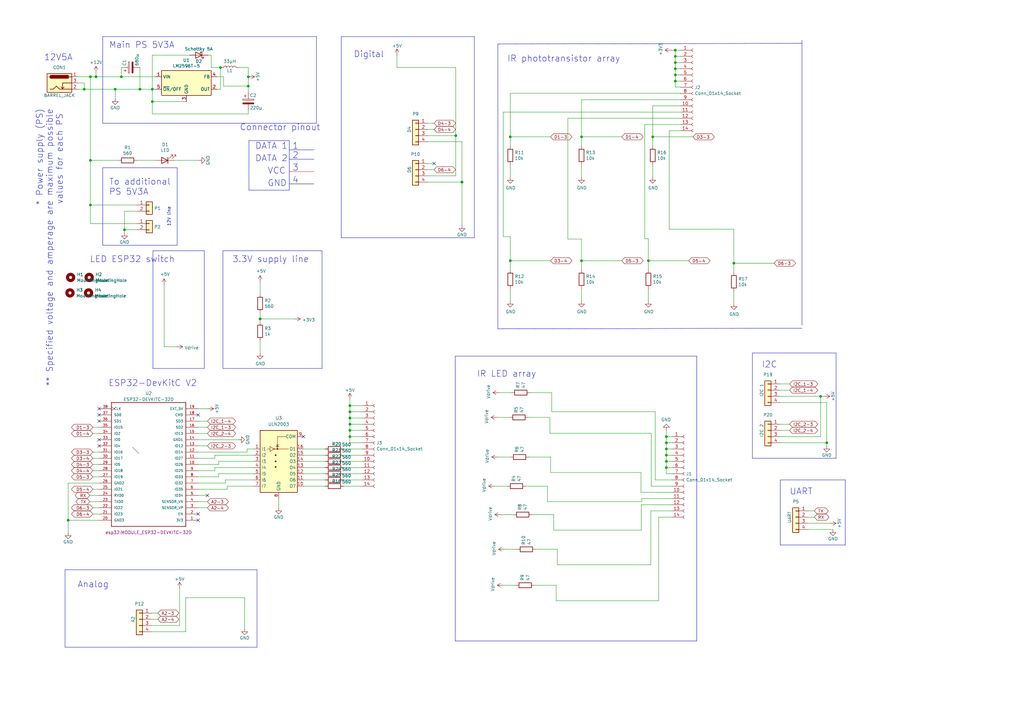
<source format=kicad_sch>
(kicad_sch (version 20231120) (generator "eeschema") (generator_version "8.0")
  (paper "A3")
  (junction (at 49.784 31.496))
  (junction (at 339.09 181.61))
  (junction (at 101.854 35.306))
  (junction (at 273.304 191.77))
  (junction (at 276.987 23.114))
  (junction (at 276.987 28.194))
  (junction (at 186.944 55.626))
  (junction (at 189.484 74.676))
  (junction (at 143.51 168.91))
  (junction (at 276.987 33.274))
  (junction (at 37.084 65.786))
  (junction (at 276.987 20.574))
  (junction (at 276.987 25.654))
  (junction (at 143.51 179.07))
  (junction (at 209.296 56.134))
  (junction (at 273.304 184.15))
  (junction (at 300.99 107.95))
  (junction (at 57.404 36.576))
  (junction (at 47.244 36.576))
  (junction (at 34.544 36.576))
  (junction (at 62.484 36.576))
  (junction (at 101.854 31.496))
  (junction (at 51.054 94.234))
  (junction (at 106.68 130.81))
  (junction (at 336.55 162.56))
  (junction (at 37.084 84.074))
  (junction (at 90.424 27.686))
  (junction (at 143.51 166.37))
  (junction (at 238.506 56.134))
  (junction (at 143.51 173.99))
  (junction (at 265.938 106.934))
  (junction (at 276.987 30.734))
  (junction (at 273.304 189.23))
  (junction (at 267.716 56.134))
  (junction (at 37.084 31.496))
  (junction (at 39.37 31.496))
  (junction (at 143.51 176.53))
  (junction (at 62.484 41.656))
  (junction (at 273.304 181.61))
  (junction (at 273.304 186.69))
  (junction (at 238.506 106.934))
  (junction (at 27.94 213.36))
  (junction (at 209.296 106.934))
  (junction (at 273.304 179.07))
  (junction (at 143.51 171.45))
  (no_connect (at 40.64 172.72))
  (no_connect (at 81.28 210.82))
  (no_connect (at 40.64 182.88))
  (no_connect (at 178.054 67.056))
  (no_connect (at 40.64 170.18))
  (no_connect (at 81.28 170.18))
  (no_connect (at 40.64 167.64))
  (no_connect (at 81.28 213.36))
  (no_connect (at 85.09 203.2))
  (no_connect (at 40.64 180.34))
  (no_connect (at 124.46 179.07))
  (bus_entry (at 54.356 183.388) (size 2.54 2.54))
  (wire (pts (xy 56.134 84.074) (xy 37.084 84.074)))
  (wire (pts (xy 320.04 181.61) (xy 339.09 181.61)))
  (wire (pts (xy 37.084 31.496) (xy 39.37 31.496)))
  (wire (pts (xy 206.375 45.974) (xy 206.375 97.028)))
  (wire (pts (xy 175.514 55.626) (xy 186.944 55.626)))
  (wire (pts (xy 32.004 36.576) (xy 34.544 36.576)))
  (polyline (pts (xy 118.618 70.358) (xy 128.778 70.358)) (stroke (width 0) (type solid) (color 255 0 0 1)))
  (polyline (pts (xy 186.69 262.89) (xy 186.69 146.05)))
  (wire (pts (xy 225.552 171.196) (xy 225.552 177.673)))
  (wire (pts (xy 148.59 166.37) (xy 143.51 166.37)))
  (wire (pts (xy 81.28 182.88) (xy 85.09 182.88)))
  (wire (pts (xy 57.404 27.686) (xy 57.404 36.576)))
  (polyline (pts (xy 83.82 102.87) (xy 62.738 102.87)))
  (polyline (pts (xy 91.44 102.87) (xy 132.08 102.87)))
  (wire (pts (xy 143.51 179.07) (xy 143.51 176.53)))
  (wire (pts (xy 37.084 91.694) (xy 56.134 91.694)))
  (polyline (pts (xy 285.75 146.05) (xy 285.75 262.89)))
  (wire (pts (xy 331.47 209.55) (xy 334.01 209.55)))
  (wire (pts (xy 101.854 37.846) (xy 101.854 35.306)))
  (wire (pts (xy 40.64 187.96) (xy 38.1 187.96)))
  (wire (pts (xy 273.304 181.61) (xy 275.59 181.61)))
  (wire (pts (xy 276.987 35.687) (xy 279.146 35.687)))
  (wire (pts (xy 40.64 210.82) (xy 38.1 210.82)))
  (wire (pts (xy 93.218 200.66) (xy 93.218 199.39)))
  (polyline (pts (xy 62.738 102.87) (xy 62.738 151.13)))
  (wire (pts (xy 323.85 176.53) (xy 320.04 176.53)))
  (wire (pts (xy 263.017 207.01) (xy 275.59 207.01)))
  (wire (pts (xy 148.59 168.91) (xy 143.51 168.91)))
  (wire (pts (xy 273.304 191.77) (xy 275.59 191.77)))
  (wire (pts (xy 76.2 245.11) (xy 100.33 245.11)))
  (wire (pts (xy 275.59 209.55) (xy 266.954 209.55)))
  (wire (pts (xy 37.084 65.786) (xy 48.514 65.786)))
  (wire (pts (xy 162.814 27.686) (xy 186.944 27.686)))
  (wire (pts (xy 206.375 97.028) (xy 209.296 97.028)))
  (wire (pts (xy 273.304 184.15) (xy 273.304 186.69)))
  (wire (pts (xy 331.47 214.63) (xy 340.36 214.63)))
  (wire (pts (xy 275.336 20.574) (xy 276.987 20.574)))
  (wire (pts (xy 204.724 161.036) (xy 209.804 161.036)))
  (wire (pts (xy 263.017 217.424) (xy 263.017 207.01)))
  (polyline (pts (xy 42.164 14.986) (xy 129.794 14.986)))
  (wire (pts (xy 106.68 130.81) (xy 120.65 130.81)))
  (wire (pts (xy 175.514 72.136) (xy 186.944 72.136)))
  (polyline (pts (xy 194.564 14.986) (xy 194.564 97.536)))
  (polyline (pts (xy 204.216 134.874) (xy 328.93 134.62)))
  (wire (pts (xy 227.076 217.424) (xy 263.017 217.424)))
  (wire (pts (xy 274.447 93.98) (xy 274.447 53.594)))
  (wire (pts (xy 81.28 185.42) (xy 101.346 185.42)))
  (wire (pts (xy 143.51 181.61) (xy 143.51 179.07)))
  (wire (pts (xy 273.304 186.69) (xy 273.304 189.23)))
  (wire (pts (xy 148.59 171.45) (xy 143.51 171.45)))
  (wire (pts (xy 273.304 184.15) (xy 275.59 184.15)))
  (polyline (pts (xy 139.954 97.536) (xy 139.954 14.986)))
  (wire (pts (xy 300.99 93.98) (xy 300.99 107.95)))
  (polyline (pts (xy 91.44 102.87) (xy 91.44 151.13)))
  (wire (pts (xy 186.944 55.626) (xy 186.944 72.136)))
  (wire (pts (xy 209.296 106.934) (xy 225.806 106.934)))
  (wire (pts (xy 37.084 31.496) (xy 37.084 65.786)))
  (wire (pts (xy 336.55 162.56) (xy 337.82 162.56)))
  (wire (pts (xy 86.614 22.606) (xy 86.614 27.686)))
  (wire (pts (xy 56.134 65.786) (xy 63.754 65.786)))
  (wire (pts (xy 175.514 58.166) (xy 189.484 58.166)))
  (polyline (pts (xy 83.82 151.13) (xy 83.82 102.87)))
  (wire (pts (xy 267.716 56.134) (xy 267.716 59.944)))
  (polyline (pts (xy 62.738 151.13) (xy 83.82 151.13)))
  (wire (pts (xy 203.962 171.196) (xy 209.042 171.196)))
  (wire (pts (xy 148.59 176.53) (xy 143.51 176.53)))
  (polyline (pts (xy 26.67 233.68) (xy 105.41 233.68)))
  (polyline (pts (xy 72.644 68.834) (xy 72.644 100.584)))
  (polyline (pts (xy 102.108 57.658) (xy 102.108 77.978)) (stroke (width 0) (type solid)))
  (wire (pts (xy 339.09 181.61) (xy 339.09 165.1)))
  (wire (pts (xy 81.28 198.12) (xy 92.456 198.12)))
  (wire (pts (xy 206.502 240.03) (xy 211.582 240.03)))
  (wire (pts (xy 178.054 50.546) (xy 175.514 50.546)))
  (wire (pts (xy 40.64 200.66) (xy 38.1 200.66)))
  (wire (pts (xy 266.954 209.55) (xy 266.954 231.648)))
  (wire (pts (xy 273.304 189.23) (xy 275.59 189.23)))
  (wire (pts (xy 106.68 120.65) (xy 106.68 115.57)))
  (wire (pts (xy 140.97 194.31) (xy 148.59 194.31)))
  (polyline (pts (xy 328.93 17.78) (xy 204.216 18.034)))
  (polyline (pts (xy 129.794 50.546) (xy 42.164 50.546)))
  (wire (pts (xy 267.081 177.673) (xy 267.081 199.39)))
  (wire (pts (xy 86.614 27.686) (xy 90.424 27.686)))
  (wire (pts (xy 27.94 198.12) (xy 27.94 213.36)))
  (wire (pts (xy 124.46 199.39) (xy 133.35 199.39)))
  (wire (pts (xy 62.484 41.656) (xy 62.484 46.736)))
  (wire (pts (xy 81.28 187.96) (xy 88.138 187.96)))
  (polyline (pts (xy 342.9 144.78) (xy 342.9 187.96)))
  (wire (pts (xy 92.456 196.85) (xy 104.14 196.85)))
  (wire (pts (xy 232.918 98.044) (xy 238.506 98.044)))
  (polyline (pts (xy 186.69 146.05) (xy 285.75 146.05)))
  (wire (pts (xy 178.054 69.596) (xy 175.514 69.596)))
  (wire (pts (xy 89.662 189.23) (xy 104.14 189.23)))
  (polyline (pts (xy 342.9 144.78) (xy 308.61 144.78)))
  (wire (pts (xy 89.662 190.5) (xy 89.662 189.23)))
  (wire (pts (xy 81.28 175.26) (xy 85.09 175.26)))
  (wire (pts (xy 124.46 186.69) (xy 133.35 186.69)))
  (wire (pts (xy 268.732 168.91) (xy 268.732 196.85)))
  (wire (pts (xy 228.6 225.298) (xy 228.6 231.648)))
  (wire (pts (xy 209.296 67.564) (xy 209.296 72.644)))
  (wire (pts (xy 62.484 41.656) (xy 76.454 41.656)))
  (wire (pts (xy 62.484 22.606) (xy 62.484 36.576)))
  (wire (pts (xy 178.054 67.056) (xy 175.514 67.056)))
  (wire (pts (xy 209.296 106.934) (xy 209.296 110.744)))
  (wire (pts (xy 71.374 65.786) (xy 81.534 65.786)))
  (wire (pts (xy 265.938 118.364) (xy 265.938 123.444)))
  (wire (pts (xy 175.514 74.676) (xy 189.484 74.676)))
  (wire (pts (xy 279.146 45.974) (xy 206.375 45.974)))
  (wire (pts (xy 162.814 22.606) (xy 162.814 27.686)))
  (wire (pts (xy 320.04 179.07) (xy 336.55 179.07)))
  (wire (pts (xy 209.296 56.134) (xy 225.806 56.134)))
  (wire (pts (xy 219.71 225.298) (xy 228.6 225.298)))
  (wire (pts (xy 40.64 208.28) (xy 38.1 208.28)))
  (wire (pts (xy 143.51 173.99) (xy 143.51 171.45)))
  (wire (pts (xy 276.987 20.574) (xy 279.146 20.574)))
  (wire (pts (xy 106.68 132.08) (xy 106.68 130.81)))
  (wire (pts (xy 228.092 246.38) (xy 270.129 246.38)))
  (wire (pts (xy 270.129 246.38) (xy 270.129 212.09)))
  (wire (pts (xy 267.716 43.434) (xy 267.716 56.134)))
  (wire (pts (xy 148.59 181.61) (xy 143.51 181.61)))
  (wire (pts (xy 279.273 38.354) (xy 279.146 38.354)))
  (wire (pts (xy 209.296 56.134) (xy 209.296 59.944)))
  (wire (pts (xy 91.694 35.306) (xy 101.854 35.306)))
  (wire (pts (xy 40.64 205.74) (xy 36.83 205.74)))
  (wire (pts (xy 270.129 212.09) (xy 275.59 212.09)))
  (wire (pts (xy 114.3 204.47) (xy 114.3 208.28)))
  (wire (pts (xy 37.084 84.074) (xy 37.084 91.694)))
  (wire (pts (xy 238.506 40.894) (xy 238.506 56.134)))
  (wire (pts (xy 101.854 46.736) (xy 101.854 45.466)))
  (wire (pts (xy 266.954 231.648) (xy 228.6 231.648)))
  (wire (pts (xy 323.85 157.48) (xy 320.04 157.48)))
  (wire (pts (xy 93.218 199.39) (xy 104.14 199.39)))
  (wire (pts (xy 143.51 176.53) (xy 143.51 173.99)))
  (wire (pts (xy 90.424 36.576) (xy 89.154 36.576)))
  (polyline (pts (xy 118.618 65.278) (xy 128.778 65.278)) (stroke (width 0) (type solid)))
  (wire (pts (xy 88.138 191.77) (xy 104.14 191.77)))
  (wire (pts (xy 81.28 172.72) (xy 85.09 172.72)))
  (wire (pts (xy 143.51 179.07) (xy 148.59 179.07)))
  (wire (pts (xy 204.216 187.452) (xy 209.296 187.452)))
  (polyline (pts (xy 42.164 68.834) (xy 42.164 100.584)))
  (wire (pts (xy 218.186 211.074) (xy 227.076 211.074)))
  (wire (pts (xy 215.646 199.39) (xy 224.536 199.39)))
  (wire (pts (xy 205.486 211.074) (xy 210.566 211.074)))
  (polyline (pts (xy 328.93 133.35) (xy 328.93 16.51)))
  (wire (pts (xy 143.51 166.37) (xy 143.51 168.91)))
  (wire (pts (xy 226.314 168.91) (xy 268.732 168.91)))
  (wire (pts (xy 263.271 205.74) (xy 263.271 204.47)))
  (wire (pts (xy 106.68 130.81) (xy 106.68 128.27)))
  (wire (pts (xy 232.918 48.514) (xy 232.918 98.044)))
  (wire (pts (xy 101.854 27.686) (xy 101.854 31.496)))
  (wire (pts (xy 273.304 176.53) (xy 273.304 179.07)))
  (polyline (pts (xy 118.618 77.978) (xy 118.618 57.658)) (stroke (width 0) (type solid)))
  (wire (pts (xy 51.054 86.614) (xy 56.134 86.614)))
  (wire (pts (xy 143.51 171.45) (xy 143.51 168.91)))
  (polyline (pts (xy 346.71 196.85) (xy 346.71 223.52)))
  (wire (pts (xy 224.536 199.39) (xy 224.536 205.74)))
  (polyline (pts (xy 132.08 151.13) (xy 132.08 102.87)))
  (wire (pts (xy 47.244 40.386) (xy 47.244 36.576)))
  (polyline (pts (xy 105.41 265.43) (xy 105.41 233.68)))
  (wire (pts (xy 140.97 196.85) (xy 148.59 196.85)))
  (wire (pts (xy 331.47 217.17) (xy 341.63 217.17)))
  (wire (pts (xy 238.506 56.134) (xy 238.506 59.944)))
  (polyline (pts (xy 26.67 233.68) (xy 26.67 265.43)))
  (wire (pts (xy 106.68 144.78) (xy 106.68 139.7)))
  (wire (pts (xy 140.97 186.69) (xy 148.59 186.69)))
  (polyline (pts (xy 72.644 100.584) (xy 42.164 100.584)))
  (polyline (pts (xy 346.71 196.85) (xy 320.04 196.85)))
  (wire (pts (xy 91.694 31.496) (xy 89.154 31.496)))
  (polyline (pts (xy 308.61 187.96) (xy 342.9 187.96)))
  (wire (pts (xy 34.544 34.036) (xy 34.544 36.576)))
  (wire (pts (xy 124.46 191.77) (xy 133.35 191.77)))
  (wire (pts (xy 49.784 27.686) (xy 49.784 31.496)))
  (wire (pts (xy 238.506 56.134) (xy 255.016 56.134)))
  (wire (pts (xy 81.28 203.2) (xy 85.09 203.2)))
  (wire (pts (xy 81.28 190.5) (xy 89.662 190.5)))
  (wire (pts (xy 279.146 40.894) (xy 238.506 40.894)))
  (wire (pts (xy 216.662 171.196) (xy 225.552 171.196)))
  (wire (pts (xy 40.64 185.42) (xy 38.1 185.42)))
  (wire (pts (xy 88.138 186.69) (xy 88.138 187.96)))
  (polyline (pts (xy 308.61 144.78) (xy 308.61 187.96)))
  (wire (pts (xy 276.987 23.114) (xy 279.146 23.114)))
  (wire (pts (xy 101.346 184.15) (xy 104.14 184.15)))
  (wire (pts (xy 76.2 245.11) (xy 76.2 259.08)))
  (wire (pts (xy 323.85 160.02) (xy 320.04 160.02)))
  (wire (pts (xy 207.01 225.298) (xy 212.09 225.298)))
  (wire (pts (xy 88.138 191.77) (xy 88.138 193.04)))
  (wire (pts (xy 51.054 94.234) (xy 51.054 86.614)))
  (wire (pts (xy 264.414 97.917) (xy 265.938 97.917)))
  (wire (pts (xy 264.414 51.054) (xy 264.414 97.917)))
  (wire (pts (xy 276.987 33.274) (xy 276.987 35.687)))
  (wire (pts (xy 273.304 179.07) (xy 275.59 179.07)))
  (wire (pts (xy 267.716 56.134) (xy 284.226 56.134)))
  (wire (pts (xy 143.51 163.83) (xy 143.51 166.37)))
  (wire (pts (xy 279.146 30.734) (xy 276.987 30.734)))
  (wire (pts (xy 81.28 195.58) (xy 89.662 195.58)))
  (wire (pts (xy 209.296 38.227) (xy 279.273 38.227)))
  (wire (pts (xy 62.484 36.576) (xy 63.754 36.576)))
  (wire (pts (xy 62.23 259.08) (xy 76.2 259.08)))
  (wire (pts (xy 124.46 194.31) (xy 133.35 194.31)))
  (polyline (pts (xy 26.67 265.43) (xy 105.41 265.43)))
  (wire (pts (xy 279.146 35.687) (xy 279.146 35.814)))
  (wire (pts (xy 27.94 213.36) (xy 27.94 218.44)))
  (wire (pts (xy 37.084 65.786) (xy 37.084 84.074)))
  (wire (pts (xy 140.97 189.23) (xy 148.59 189.23)))
  (polyline (pts (xy 320.04 223.52) (xy 346.71 223.52)))
  (polyline (pts (xy 129.794 14.986) (xy 129.794 50.546)))
  (wire (pts (xy 124.46 196.85) (xy 133.35 196.85)))
  (wire (pts (xy 273.304 189.23) (xy 273.304 191.77)))
  (polyline (pts (xy 91.44 151.13) (xy 132.08 151.13)))
  (wire (pts (xy 264.414 51.054) (xy 279.146 51.054)))
  (wire (pts (xy 73.66 241.3) (xy 73.66 256.54)))
  (wire (pts (xy 101.346 185.42) (xy 101.346 184.15)))
  (wire (pts (xy 27.94 213.36) (xy 40.64 213.36)))
  (wire (pts (xy 81.28 208.28) (xy 85.09 208.28)))
  (wire (pts (xy 32.004 31.496) (xy 37.084 31.496)))
  (wire (pts (xy 92.456 198.12) (xy 92.456 196.85)))
  (polyline (pts (xy 204.216 18.034) (xy 204.216 134.874)))
  (wire (pts (xy 275.59 201.93) (xy 262.89 201.93)))
  (wire (pts (xy 265.938 106.934) (xy 265.938 110.744)))
  (wire (pts (xy 101.854 27.686) (xy 98.044 27.686)))
  (wire (pts (xy 274.447 53.594) (xy 279.146 53.594)))
  (wire (pts (xy 279.273 38.227) (xy 279.273 38.354)))
  (wire (pts (xy 81.28 200.66) (xy 93.218 200.66)))
  (wire (pts (xy 228.092 240.03) (xy 228.092 246.38)))
  (wire (pts (xy 39.37 29.718) (xy 39.37 31.496)))
  (wire (pts (xy 276.987 23.114) (xy 276.987 25.654)))
  (wire (pts (xy 267.081 199.39) (xy 275.59 199.39)))
  (wire (pts (xy 124.46 184.15) (xy 133.35 184.15)))
  (wire (pts (xy 40.64 177.8) (xy 38.1 177.8)))
  (wire (pts (xy 90.424 27.686) (xy 90.424 36.576)))
  (wire (pts (xy 225.806 187.452) (xy 225.806 193.802)))
  (wire (pts (xy 140.97 184.15) (xy 148.59 184.15)))
  (wire (pts (xy 101.854 31.496) (xy 101.854 35.306)))
  (wire (pts (xy 178.054 53.086) (xy 175.514 53.086)))
  (wire (pts (xy 268.732 196.85) (xy 275.59 196.85)))
  (wire (pts (xy 62.484 22.606) (xy 77.724 22.606)))
  (wire (pts (xy 189.484 74.676) (xy 189.484 92.456)))
  (wire (pts (xy 148.59 173.99) (xy 143.51 173.99)))
  (wire (pts (xy 276.987 33.274) (xy 279.146 33.274)))
  (wire (pts (xy 39.37 31.496) (xy 49.784 31.496)))
  (wire (pts (xy 81.28 177.8) (xy 85.09 177.8)))
  (wire (pts (xy 279.146 48.514) (xy 232.918 48.514)))
  (wire (pts (xy 85.344 22.606) (xy 86.614 22.606)))
  (wire (pts (xy 262.89 201.93) (xy 262.89 193.802)))
  (wire (pts (xy 40.64 175.26) (xy 38.1 175.26)))
  (polyline (pts (xy 102.108 77.978) (xy 118.618 77.978)) (stroke (width 0) (type solid)))
  (wire (pts (xy 81.28 193.04) (xy 88.138 193.04)))
  (polyline (pts (xy 118.618 61.468) (xy 128.778 61.468)) (stroke (width 0) (type solid)))
  (wire (pts (xy 97.79 180.34) (xy 81.28 180.34)))
  (wire (pts (xy 67.31 116.84) (xy 67.31 142.24)))
  (wire (pts (xy 276.987 30.734) (xy 276.987 33.274)))
  (wire (pts (xy 209.296 38.227) (xy 209.296 56.134)))
  (wire (pts (xy 276.987 25.654) (xy 279.146 25.654)))
  (polyline (pts (xy 194.564 97.536) (xy 139.954 97.536)))
  (wire (pts (xy 209.296 97.028) (xy 209.296 106.934)))
  (wire (pts (xy 32.004 34.036) (xy 34.544 34.036)))
  (wire (pts (xy 226.314 161.036) (xy 226.314 168.91)))
  (wire (pts (xy 300.99 107.95) (xy 300.99 111.76)))
  (wire (pts (xy 217.424 161.036) (xy 226.314 161.036)))
  (wire (pts (xy 62.484 36.576) (xy 62.484 41.656)))
  (wire (pts (xy 216.916 187.452) (xy 225.806 187.452)))
  (wire (pts (xy 265.938 97.917) (xy 265.938 106.934)))
  (polyline (pts (xy 285.75 262.89) (xy 186.69 262.89)))
  (wire (pts (xy 273.304 191.77) (xy 273.304 194.31)))
  (polyline (pts (xy 72.644 68.834) (xy 42.164 68.834)))
  (wire (pts (xy 224.536 205.74) (xy 263.271 205.74)))
  (wire (pts (xy 300.99 119.38) (xy 300.99 124.46)))
  (wire (pts (xy 91.694 31.496) (xy 91.694 35.306)))
  (wire (pts (xy 40.64 198.12) (xy 27.94 198.12)))
  (wire (pts (xy 40.64 203.2) (xy 36.83 203.2)))
  (wire (pts (xy 140.97 199.39) (xy 148.59 199.39)))
  (wire (pts (xy 186.944 27.686) (xy 186.944 55.626)))
  (wire (pts (xy 273.304 179.07) (xy 273.304 181.61)))
  (wire (pts (xy 67.31 142.24) (xy 72.39 142.24)))
  (wire (pts (xy 331.47 212.09) (xy 334.01 212.09)))
  (wire (pts (xy 57.404 36.576) (xy 62.484 36.576)))
  (wire (pts (xy 267.716 67.564) (xy 267.716 72.644)))
  (polyline (pts (xy 118.618 75.438) (xy 128.778 75.438)) (stroke (width 0) (type solid) (color 0 0 0 1)))
  (wire (pts (xy 49.784 31.496) (xy 63.754 31.496)))
  (wire (pts (xy 320.04 162.56) (xy 336.55 162.56)))
  (wire (pts (xy 262.89 193.802) (xy 225.806 193.802)))
  (wire (pts (xy 339.09 182.88) (xy 339.09 181.61)))
  (wire (pts (xy 320.04 165.1) (xy 339.09 165.1)))
  (wire (pts (xy 189.484 58.166) (xy 189.484 74.676)))
  (wire (pts (xy 89.662 194.31) (xy 104.14 194.31)))
  (wire (pts (xy 227.076 211.074) (xy 227.076 217.424)))
  (wire (pts (xy 89.662 194.31) (xy 89.662 195.58)))
  (wire (pts (xy 51.054 95.504) (xy 51.054 94.234)))
  (wire (pts (xy 273.304 181.61) (xy 273.304 184.15)))
  (wire (pts (xy 276.987 28.194) (xy 279.146 28.194)))
  (wire (pts (xy 300.99 107.95) (xy 317.5 107.95)))
  (wire (pts (xy 273.304 186.69) (xy 275.59 186.69)))
  (wire (pts (xy 238.506 118.364) (xy 238.506 123.444)))
  (wire (pts (xy 276.987 25.654) (xy 276.987 28.194)))
  (wire (pts (xy 51.054 94.234) (xy 56.134 94.234)))
  (wire (pts (xy 238.506 98.044) (xy 238.506 106.934)))
  (wire (pts (xy 81.28 205.74) (xy 85.09 205.74)))
  (polyline (pts (xy 320.04 223.52) (xy 320.04 196.85)))
  (wire (pts (xy 64.77 251.46) (xy 62.23 251.46)))
  (polyline (pts (xy 139.954 14.986) (xy 194.564 14.986)))
  (wire (pts (xy 62.484 46.736) (xy 101.854 46.736)))
  (wire (pts (xy 336.55 162.56) (xy 336.55 179.07)))
  (polyline (pts (xy 118.618 57.658) (xy 102.108 57.658)) (stroke (width 0) (type solid)))
  (wire (pts (xy 34.544 36.576) (xy 47.244 36.576)))
  (wire (pts (xy 219.202 240.03) (xy 228.092 240.03)))
  (wire (pts (xy 267.716 43.434) (xy 279.146 43.434)))
  (wire (pts (xy 276.987 20.574) (xy 276.987 23.114)))
  (wire (pts (xy 64.77 254) (xy 62.23 254)))
  (wire (pts (xy 202.946 199.39) (xy 208.026 199.39)))
  (wire (pts (xy 276.987 28.194) (xy 276.987 30.734)))
  (wire (pts (xy 100.33 245.11) (xy 100.33 257.81)))
  (wire (pts (xy 238.506 106.934) (xy 255.016 106.934)))
  (wire (pts (xy 238.506 106.934) (xy 238.506 110.744)))
  (wire (pts (xy 209.296 118.364) (xy 209.296 123.444)))
  (wire (pts (xy 273.304 194.31) (xy 275.59 194.31)))
  (wire (pts (xy 40.64 195.58) (xy 38.1 195.58)))
  (wire (pts (xy 40.64 190.5) (xy 38.1 190.5)))
  (wire (pts (xy 225.552 177.673) (xy 267.081 177.673)))
  (wire (pts (xy 85.09 167.64) (xy 81.28 167.64)))
  (wire (pts (xy 38.1 193.04) (xy 40.64 193.04)))
  (wire (pts (xy 238.506 67.564) (xy 238.506 72.644)))
  (wire (pts (xy 62.23 256.54) (xy 73.66 256.54)))
  (polyline (pts (xy 42.164 50.546) (xy 42.164 14.986)))
  (wire (pts (xy 263.271 204.47) (xy 275.59 204.47)))
  (wire (pts (xy 320.04 173.99) (xy 323.85 173.99)))
  (wire (pts (xy 47.244 36.576) (xy 57.404 36.576)))
  (wire (pts (xy 140.97 191.77) (xy 148.59 191.77)))
  (wire (pts (xy 265.938 106.934) (xy 282.448 106.934)))
  (wire (pts (xy 124.46 189.23) (xy 133.35 189.23)))
  (wire (pts (xy 300.99 93.98) (xy 274.447 93.98)))
  (wire (pts (xy 104.14 186.69) (xy 88.138 186.69)))
  (text "Digital" (at 145.034 23.876 0) (effects (font (size 2.54 2.54)) (justify left bottom)))
  (text "I2C" (at 312.42 151.13 0) (effects (font (size 2.54 2.54)) (justify left bottom)))
  (text "IR phototransistor array" (at 208.026 25.654 0) (effects (font (size 2.54 2.54)) (justify left bottom)))
  (text "3.3V supply line" (at 95.25 107.95 0) (effects (font (size 2.54 2.54)) (justify left bottom)))
  (text "12V line" (at 70.104 92.964 90) (effects (font (size 1.27 1.27)) (justify left bottom)))
  (text "UART" (at 323.85 203.2 0) (effects (font (size 2.54 2.54)) (justify left bottom)))
  (text "4" (at 119.888 75.438 0) (effects (font (size 2.54 2.54)) (justify left bottom)))
  (text "DATA 2  " (at 104.648 66.548 0) (effects (font (size 2.54 2.54)) (justify left bottom)))
  (text "VCC" (at 109.728 71.628 0) (effects (font (size 2.54 2.54)) (justify left bottom)))
  (text "12V5A" (at 18.034 25.146 0) (effects (font (size 2.54 2.54)) (justify left bottom)))
  (text "IR LED array" (at 195.58 154.94 0) (effects (font (size 2.54 2.54)) (justify left bottom)))
  (text "Main PS 5V3A" (at 44.704 20.066 0) (effects (font (size 2.54 2.54)) (justify left bottom)))
  (text "Connector pinout" (at 98.298 53.848 0) (effects (font (size 2.54 2.54)) (justify left bottom)))
  (text "2" (at 119.888 65.278 0) (effects (font (size 2.54 2.54)) (justify left bottom)))
  (text "To additional\nPS 5V3A" (at 44.704 80.264 0) (effects (font (size 2.54 2.54)) (justify left bottom)))
  (text "ESP32-DevKitC V2" (at 44.45 158.75 0) (effects (font (size 2.54 2.54)) (justify left bottom)))
  (text "* Power supply (PS)\n** Specified voltage and amperage are maximum possible\nvalues for each PS " (at 25.908 44.704 90) (effects (font (size 2.54 2.54)) (justify right bottom)))
  (text "GND" (at 109.728 76.708 0) (effects (font (size 2.54 2.54)) (justify left bottom)))
  (text "LED ESP32 switch" (at 36.83 107.95 0) (effects (font (size 2.54 2.54)) (justify left bottom)))
  (text "DATA 1\n" (at 104.648 61.468 0) (effects (font (size 2.54 2.54)) (justify left bottom)))
  (text "3" (at 119.888 70.358 0) (effects (font (size 2.54 2.54)) (justify left bottom)))
  (text "Analog" (at 31.75 241.3 0) (effects (font (size 2.54 2.54)) (justify left bottom)))
  (text "1" (at 119.888 61.468 0) (effects (font (size 2.54 2.54)) (justify left bottom)))
  (global_label "A2-4" (shape bidirectional) (at 64.77 254 0) (property "Intersheetrefs" "${INTERSHEET_REFS}" (effects (hide yes))))
  (global_label "D6-4" (shape bidirectional) (at 178.054 69.596 0) (property "Intersheetrefs" "${INTERSHEET_REFS}" (effects (hide yes))))
  (global_label "D1-4" (shape bidirectional) (at 38.1 177.8 180) (property "Intersheetrefs" "${INTERSHEET_REFS}" (effects (hide yes))))
  (global_label "I2C_2-3" (shape bidirectional) (at 323.85 173.99 0) (property "Intersheetrefs" "${INTERSHEET_REFS}" (effects (hide yes))))
  (global_label "D5-3" (shape bidirectional) (at 255.016 106.934 0) (property "Intersheetrefs" "${INTERSHEET_REFS}" (effects (hide yes))))
  (global_label "TX" (shape bidirectional) (at 36.83 205.74 180) (property "Intersheetrefs" "${INTERSHEET_REFS}" (effects (hide yes))))
  (global_label "I2C_2-4" (shape bidirectional) (at 85.09 177.8 0) (property "Intersheetrefs" "${INTERSHEET_REFS}" (effects (hide yes))))
  (global_label "A2-3" (shape bidirectional) (at 64.77 251.46 0) (property "Intersheetrefs" "${INTERSHEET_REFS}" (effects (hide yes))))
  (global_label "D3-4" (shape bidirectional) (at 225.806 106.934 0) (property "Intersheetrefs" "${INTERSHEET_REFS}" (effects (hide yes))))
  (global_label "D5-4" (shape bidirectional) (at 38.1 200.66 180) (property "Intersheetrefs" "${INTERSHEET_REFS}" (effects (hide yes))))
  (global_label "D4-4" (shape bidirectional) (at 38.1 193.04 180) (property "Intersheetrefs" "${INTERSHEET_REFS}" (effects (hide yes))))
  (global_label "D1-4" (shape bidirectional) (at 255.016 56.134 0) (property "Intersheetrefs" "${INTERSHEET_REFS}" (effects (hide yes))))
  (global_label "A2-4" (shape bidirectional) (at 85.09 208.28 0) (property "Intersheetrefs" "${INTERSHEET_REFS}" (effects (hide yes))))
  (global_label "I2C_1-3" (shape bidirectional) (at 85.09 175.26 0) (property "Intersheetrefs" "${INTERSHEET_REFS}" (effects (hide yes))))
  (global_label "I2C_1-3" (shape bidirectional) (at 323.85 157.48 0) (property "Intersheetrefs" "${INTERSHEET_REFS}" (effects (hide yes))))
  (global_label "TX" (shape bidirectional) (at 334.01 209.55 0) (property "Intersheetrefs" "${INTERSHEET_REFS}" (effects (hide yes))))
  (global_label "D3-3" (shape bidirectional) (at 38.1 185.42 180) (property "Intersheetrefs" "${INTERSHEET_REFS}" (effects (hide yes))))
  (global_label "RX" (shape bidirectional) (at 334.01 212.09 0) (property "Intersheetrefs" "${INTERSHEET_REFS}" (effects (hide yes))))
  (global_label "A2-3" (shape bidirectional) (at 85.09 205.74 0) (property "Intersheetrefs" "${INTERSHEET_REFS}" (effects (hide yes))))
  (global_label "I2C_2-4" (shape bidirectional) (at 323.85 176.53 0) (property "Intersheetrefs" "${INTERSHEET_REFS}" (effects (hide yes))))
  (global_label "I2C_1-4" (shape bidirectional) (at 323.85 160.02 0) (property "Intersheetrefs" "${INTERSHEET_REFS}" (effects (hide yes))))
  (global_label "D3-4" (shape bidirectional) (at 38.1 187.96 180) (property "Intersheetrefs" "${INTERSHEET_REFS}" (effects (hide yes))))
  (global_label "D4-3" (shape bidirectional) (at 38.1 190.5 180) (property "Intersheetrefs" "${INTERSHEET_REFS}" (effects (hide yes))))
  (global_label "D1-3" (shape bidirectional) (at 38.1 175.26 180) (property "Intersheetrefs" "${INTERSHEET_REFS}" (effects (hide yes))))
  (global_label "D6-3" (shape bidirectional) (at 317.5 107.95 0) (property "Intersheetrefs" "${INTERSHEET_REFS}" (effects (hide yes))))
  (global_label "I2C_2-3" (shape bidirectional) (at 85.09 182.88 0) (property "Intersheetrefs" "${INTERSHEET_REFS}" (effects (hide yes))))
  (global_label "RX" (shape bidirectional) (at 36.83 203.2 180) (property "Intersheetrefs" "${INTERSHEET_REFS}" (effects (hide yes))))
  (global_label "D5-3" (shape bidirectional) (at 38.1 195.58 180) (property "Intersheetrefs" "${INTERSHEET_REFS}" (effects (hide yes))))
  (global_label "D4-4" (shape bidirectional) (at 178.054 53.086 0) (property "Intersheetrefs" "${INTERSHEET_REFS}" (effects (hide yes))))
  (global_label "I2C_1-4" (shape bidirectional) (at 85.09 172.72 0) (property "Intersheetrefs" "${INTERSHEET_REFS}" (effects (hide yes))))
  (global_label "D5-4" (shape bidirectional) (at 282.448 106.934 0) (property "Intersheetrefs" "${INTERSHEET_REFS}" (effects (hide yes))))
  (global_label "D6-4" (shape bidirectional) (at 38.1 210.82 180) (property "Intersheetrefs" "${INTERSHEET_REFS}" (effects (hide yes))))
  (global_label "D4-3" (shape bidirectional) (at 178.054 50.546 0) (property "Intersheetrefs" "${INTERSHEET_REFS}" (effects (hide yes))))
  (global_label "D1-3" (shape bidirectional) (at 225.806 56.134 0) (property "Intersheetrefs" "${INTERSHEET_REFS}" (effects (hide yes))))
  (global_label "D3-3" (shape bidirectional) (at 284.226 56.134 0) (property "Intersheetrefs" "${INTERSHEET_REFS}" (effects (hide yes))))
  (global_label "D6-3" (shape bidirectional) (at 38.1 208.28 180) (property "Intersheetrefs" "${INTERSHEET_REFS}" (effects (hide yes))))
  (symbol (lib_id "ir_sensor-rescue:+3.3V-power") (at 275.336 20.574 90) (unit 1)
    (property "Reference" "#PWR036" (effects (hide yes)))
    (property "Value" "+3V3" (at 270.9418 20.193 0))
  )
  (symbol (lib_id "power:Vdrive") (at 202.946 199.39 90) (unit 1)
    (property "Reference" "#PWR022" (effects (hide yes)))
    (property "Value" "Vdrive" (at 198.5518 199.009 0))
  )
  (symbol (lib_id "power:GND") (at 27.94 218.44 0) (unit 1)
    (property "Reference" "#PWR016" (effects (hide yes)))
    (property "Value" "GND" (at 27.94 222.25 0))
  )
  (symbol (lib_id "Connector_Generic:Conn_01x04") (at 314.96 176.53 0) (mirror y) (unit 1)
    (property "Reference" "P20" (at 314.96 170.18 0))
    (property "Value" "I2C 2" (at 312.42 176.53 90))
    (property "Footprint" "Connector_JST:JST_XH_B4B-XH-A_1x04_P2.50mm_Vertical" (effects (hide yes)))
  )
  (symbol (lib_id "power:Vdrive") (at 204.216 187.452 90) (unit 1)
    (property "Reference" "#PWR024" (effects (hide yes)))
    (property "Value" "Vdrive" (at 199.8218 187.071 0))
  )
  (symbol (lib_id "power:+5V") (at 162.814 22.606 0) (unit 1)
    (property "Reference" "#PWR013" (effects (hide yes)))
    (property "Value" "+5V" (at 162.814 18.796 0))
  )
  (symbol (lib_id "Device:LED") (at 67.564 65.786 180) (unit 1)
    (property "Reference" "D1" (at 67.7418 59.309 0))
    (property "Value" "LED" (at 67.7418 61.6204 0))
    (property "Footprint" "LED_THT:LED_D3.0mm" (effects (hide yes)))
  )
  (symbol (lib_id "Connector:Conn_01x14_Socket") (at 284.226 35.814 0) (unit 1)
    (property "Reference" "J2" (at 284.9372 35.8719 0) (effects (justify left)))
    (property "Value" "Conn_01x14_Socket" (at 284.9372 38.2961 0) (effects (justify left)))
    (property "Footprint" "Connector_JST:JST_XH_B14B-XH-A_1x14_P2.50mm_Vertical" (effects (hide yes)))
  )
  (symbol (lib_id "Device:R") (at 213.106 187.452 90) (unit 1)
    (property "Reference" "R6" (at 211.9376 185.674 0) (effects (justify left)))
    (property "Value" "47" (at 214.249 185.674 0) (effects (justify left)))
    (property "Footprint" "Resistor_THT:R_Box_L13.0mm_W4.0mm_P9.00mm" (effects (hide yes)))
  )
  (symbol (lib_id "Device:L") (at 94.234 27.686 90) (unit 1)
    (property "Reference" "L1" (at 94.234 28.956 90))
    (property "Value" "33µH" (at 94.234 25.146 90))
    (property "Footprint" "Inductor_THT:L_Radial_D10.0mm_P5.00mm_Fastron_07M" (effects (hide yes)))
  )
  (symbol (lib_id "power:+5V") (at 340.36 214.63 270) (unit 1)
    (property "Reference" "#PWR011" (effects (hide yes)))
    (property "Value" "+5V" (at 344.17 214.63 0))
  )
  (symbol (lib_id "Device:R") (at 137.16 196.85 270) (mirror x) (unit 1)
    (property "Reference" "R25" (at 136.144 194.818 90) (effects (justify left)))
    (property "Value" "560" (at 140.208 195.072 90) (effects (justify left)))
    (property "Footprint" "Resistor_THT:R_Box_L13.0mm_W4.0mm_P9.00mm" (effects (hide yes)))
  )
  (symbol (lib_id "power:+5V") (at 73.66 241.3 0) (unit 1)
    (property "Reference" "#PWR014" (effects (hide yes)))
    (property "Value" "+5V" (at 73.66 237.49 0))
  )
  (symbol (lib_id "Device:R") (at 106.68 124.46 0) (unit 1)
    (property "Reference" "R2" (at 108.458 123.2916 0) (effects (justify left)))
    (property "Value" "560" (at 108.458 125.603 0) (effects (justify left)))
    (property "Footprint" "Resistor_THT:R_Box_L13.0mm_W4.0mm_P9.00mm" (effects (hide yes)))
  )
  (symbol (lib_id "power:GND") (at 209.296 72.644 0) (unit 1)
    (property "Reference" "#PWR030" (effects (hide yes)))
    (property "Value" "GND" (at 209.423 77.0382 0))
  )
  (symbol (lib_id "power:Vdrive") (at 207.01 225.298 90) (unit 1)
    (property "Reference" "#PWR028" (effects (hide yes)))
    (property "Value" "Vdrive" (at 202.6158 224.917 0))
  )
  (symbol (lib_id "power:GND") (at 339.09 182.88 0) (unit 1)
    (property "Reference" "#PWR019" (effects (hide yes)))
    (property "Value" "GND" (at 339.09 186.69 0))
  )
  (symbol (lib_id "Device:R") (at 209.296 63.754 0) (unit 1)
    (property "Reference" "R11" (at 211.074 62.5856 0) (effects (justify left)))
    (property "Value" "10k" (at 211.074 64.897 0) (effects (justify left)))
    (property "Footprint" "Resistor_THT:R_Box_L13.0mm_W4.0mm_P9.00mm" (effects (hide yes)))
  )
  (symbol (lib_id "power:GND") (at 81.534 65.786 90) (unit 1)
    (property "Reference" "#PWR06" (effects (hide yes)))
    (property "Value" "GND" (at 85.344 65.786 0))
  )
  (symbol (lib_id "Device:R") (at 137.16 194.31 270) (mirror x) (unit 1)
    (property "Reference" "R24" (at 136.144 192.278 90) (effects (justify left)))
    (property "Value" "560" (at 140.208 192.532 90) (effects (justify left)))
    (property "Footprint" "Resistor_THT:R_Box_L13.0mm_W4.0mm_P9.00mm" (effects (hide yes)))
  )
  (symbol (lib_id "power:+5V") (at 106.68 115.57 0) (unit 1)
    (property "Reference" "#PWR08" (effects (hide yes)))
    (property "Value" "+5V" (at 107.061 111.1758 0))
  )
  (symbol (lib_id "Device:R") (at 265.938 114.554 0) (unit 1)
    (property "Reference" "R15" (at 267.716 113.3856 0) (effects (justify left)))
    (property "Value" "10k" (at 267.716 115.697 0) (effects (justify left)))
    (property "Footprint" "Resistor_THT:R_Box_L13.0mm_W4.0mm_P9.00mm" (effects (hide yes)))
  )
  (symbol (lib_id "Regulator_Switching:LM2596T-5") (at 76.454 34.036 0) (unit 1)
    (property "Reference" "U1" (at 76.454 24.7142 0))
    (property "Value" "LM2596T-5" (at 76.454 27.0256 0))
    (property "Footprint" "Package_TO_SOT_THT:TO-220-5_P3.4x3.7mm_StaggerOdd_Lead3.8mm_Vertical" (effects (hide yes)))
    (property "Datasheet" "http://www.ti.com/lit/ds/symlink/lm2596.pdf" (effects (hide yes)))
  )
  (symbol (lib_id "power:GND") (at 106.68 144.78 0) (unit 1)
    (property "Reference" "#PWR09" (effects (hide yes)))
    (property "Value" "GND" (at 106.807 149.1742 0))
  )
  (symbol (lib_id "power:GND") (at 100.33 257.81 0) (unit 1)
    (property "Reference" "#PWR017" (effects (hide yes)))
    (property "Value" "GND" (at 100.33 261.62 0))
  )
  (symbol (lib_id "Device:R") (at 137.16 199.39 270) (mirror x) (unit 1)
    (property "Reference" "R18" (at 136.144 197.358 90) (effects (justify left)))
    (property "Value" "560" (at 140.208 197.612 90) (effects (justify left)))
    (property "Footprint" "Resistor_THT:R_Box_L13.0mm_W4.0mm_P9.00mm" (effects (hide yes)))
  )
  (symbol (lib_id "beehive-rescue:CP-Device") (at 53.594 27.686 90) (unit 1)
    (property "Reference" "C1" (at 51.054 27.051 0) (effects (justify left)))
    (property "Value" "680µ" (at 56.134 27.051 0) (effects (justify left)))
    (property "Footprint" "Capacitor_THT:CP_Radial_D10.0mm_P5.00mm" (effects (hide yes)))
  )
  (symbol (lib_id "Mechanical:MountingHole") (at 36.576 113.792 0) (unit 1)
    (property "Reference" "H2" (at 39.116 112.5799 0) (effects (justify left)))
    (property "Value" "MountingHole" (at 39.116 115.0041 0) (effects (justify left)))
    (property "Footprint" "MountingHole:MountingHole_3.2mm_M3" (effects (hide yes)))
  )
  (symbol (lib_id "Mechanical:MountingHole") (at 28.702 120.142 0) (unit 1)
    (property "Reference" "H3" (at 31.242 118.9299 0) (effects (justify left)))
    (property "Value" "MountingHole" (at 31.242 121.3541 0) (effects (justify left)))
    (property "Footprint" "MountingHole:MountingHole_3.2mm_M3" (effects (hide yes)))
  )
  (symbol (lib_id "Device:R") (at 213.614 161.036 90) (unit 1)
    (property "Reference" "R7" (at 212.4456 159.258 0) (effects (justify left)))
    (property "Value" "47" (at 214.757 159.258 0) (effects (justify left)))
    (property "Footprint" "Resistor_THT:R_Box_L13.0mm_W4.0mm_P9.00mm" (effects (hide yes)))
  )
  (symbol (lib_id "Connector_Generic:Conn_01x04") (at 170.434 53.086 0) (mirror y) (unit 1)
    (property "Reference" "P9" (at 170.434 46.736 0))
    (property "Value" "D4" (at 167.894 53.086 90))
    (property "Footprint" "Connector_JST:JST_XH_B4B-XH-A_1x04_P2.50mm_Vertical" (effects (hide yes)))
  )
  (symbol (lib_id "power:+5V") (at 337.82 162.56 270) (unit 1)
    (property "Reference" "#PWR018" (effects (hide yes)))
    (property "Value" "+5V" (at 341.63 162.56 0))
  )
  (symbol (lib_id "Device:R") (at 238.506 114.554 0) (unit 1)
    (property "Reference" "R14" (at 240.284 113.3856 0) (effects (justify left)))
    (property "Value" "10k" (at 240.284 115.697 0) (effects (justify left)))
    (property "Footprint" "Resistor_THT:R_Box_L13.0mm_W4.0mm_P9.00mm" (effects (hide yes)))
  )
  (symbol (lib_id "Connector:Conn_01x14_Socket") (at 280.67 194.31 0) (unit 1)
    (property "Reference" "J1" (at 281.3812 194.3679 0) (effects (justify left)))
    (property "Value" "Conn_01x14_Socket" (at 281.3812 196.7921 0) (effects (justify left)))
    (property "Footprint" "Connector_JST:JST_XH_B14B-XH-A_1x14_P2.50mm_Vertical" (effects (hide yes)))
  )
  (symbol (lib_id "power:GND") (at 209.296 123.444 0) (unit 1)
    (property "Reference" "#PWR031" (effects (hide yes)))
    (property "Value" "GND" (at 209.423 127.8382 0))
  )
  (symbol (lib_id "Device:D_Schottky") (at 81.534 22.606 180) (unit 1)
    (property "Reference" "D2" (at 81.534 25.146 0))
    (property "Value" "Schottky 5A" (at 81.534 20.066 0))
    (property "Footprint" "Diode_THT:D_DO-201AD_P15.24mm_Horizontal" (effects (hide yes)))
  )
  (symbol (lib_id "Connector_Generic:Conn_01x04") (at 326.39 212.09 0) (mirror y) (unit 1)
    (property "Reference" "P5" (at 326.39 205.74 0))
    (property "Value" "UART" (at 323.85 212.09 90))
    (property "Footprint" "Connector_JST:JST_XH_B4B-XH-A_1x04_P2.50mm_Vertical" (effects (hide yes)))
  )
  (symbol (lib_id "power:GND") (at 51.054 95.504 0) (unit 1)
    (property "Reference" "#PWR03" (effects (hide yes)))
    (property "Value" "GND" (at 51.054 99.314 0))
  )
  (symbol (lib_id "power:Vdrive") (at 72.39 142.24 270) (unit 1)
    (property "Reference" "#PWR05" (effects (hide yes)))
    (property "Value" "Vdrive" (at 75.6412 142.621 90) (effects (justify left)))
  )
  (symbol (lib_id "power:GND") (at 265.938 123.444 0) (unit 1)
    (property "Reference" "#PWR034" (effects (hide yes)))
    (property "Value" "GND" (at 266.065 127.8382 0))
  )
  (symbol (lib_id "beehive-rescue:CP-Device") (at 101.854 41.656 0) (unit 1)
    (property "Reference" "C2" (at 102.489 39.116 0) (effects (justify left)))
    (property "Value" "220µ" (at 102.489 44.196 0) (effects (justify left)))
    (property "Footprint" "Capacitor_THT:CP_Radial_D8.0mm_P3.80mm" (effects (hide yes)))
  )
  (symbol (lib_id "power:Vdrive") (at 204.724 161.036 90) (unit 1)
    (property "Reference" "#PWR025" (effects (hide yes)))
    (property "Value" "Vdrive" (at 200.3298 160.655 0))
  )
  (symbol (lib_id "Device:R") (at 137.16 186.69 270) (mirror x) (unit 1)
    (property "Reference" "R21" (at 136.144 184.658 90) (effects (justify left)))
    (property "Value" "560" (at 140.208 184.912 90) (effects (justify left)))
    (property "Footprint" "Resistor_THT:R_Box_L13.0mm_W4.0mm_P9.00mm" (effects (hide yes)))
  )
  (symbol (lib_id "Device:R") (at 212.852 171.196 90) (unit 1)
    (property "Reference" "R5" (at 211.6836 169.418 0) (effects (justify left)))
    (property "Value" "47" (at 213.995 169.418 0) (effects (justify left)))
    (property "Footprint" "Resistor_THT:R_Box_L13.0mm_W4.0mm_P9.00mm" (effects (hide yes)))
  )
  (symbol (lib_id "Device:R") (at 137.16 191.77 270) (mirror x) (unit 1)
    (property "Reference" "R23" (at 136.144 189.738 90) (effects (justify left)))
    (property "Value" "560" (at 140.208 189.992 90) (effects (justify left)))
    (property "Footprint" "Resistor_THT:R_Box_L13.0mm_W4.0mm_P9.00mm" (effects (hide yes)))
  )
  (symbol (lib_id "Mechanical:MountingHole") (at 36.322 120.142 0) (unit 1)
    (property "Reference" "H4" (at 38.862 118.9299 0) (effects (justify left)))
    (property "Value" "MountingHole" (at 38.862 121.3541 0) (effects (justify left)))
    (property "Footprint" "MountingHole:MountingHole_3.2mm_M3" (effects (hide yes)))
  )
  (symbol (lib_id "Device:R") (at 300.99 115.57 0) (unit 1)
    (property "Reference" "R17" (at 302.768 114.4016 0) (effects (justify left)))
    (property "Value" "10k" (at 302.768 116.713 0) (effects (justify left)))
    (property "Footprint" "Resistor_THT:R_Box_L13.0mm_W4.0mm_P9.00mm" (effects (hide yes)))
  )
  (symbol (lib_id "Device:R") (at 52.324 65.786 270) (unit 1)
    (property "Reference" "R1" (at 52.324 60.5282 90))
    (property "Value" "560" (at 52.324 62.8396 90))
    (property "Footprint" "Resistor_THT:R_Box_L13.0mm_W4.0mm_P9.00mm" (effects (hide yes)))
  )
  (symbol (lib_id "power:GND") (at 273.304 176.53 180) (unit 1)
    (property "Reference" "#PWR029" (effects (hide yes)))
    (property "Value" "GND" (at 273.177 172.1358 0))
  )
  (symbol (lib_id "power:+5V") (at 101.854 31.496 270) (unit 1)
    (property "Reference" "#PWR07" (effects (hide yes)))
    (property "Value" "+5V" (at 105.664 31.496 0))
  )
  (symbol (lib_id "Device:R") (at 209.296 114.554 0) (unit 1)
    (property "Reference" "R12" (at 211.074 113.3856 0) (effects (justify left)))
    (property "Value" "10k" (at 211.074 115.697 0) (effects (justify left)))
    (property "Footprint" "Resistor_THT:R_Box_L13.0mm_W4.0mm_P9.00mm" (effects (hide yes)))
  )
  (symbol (lib_id "Device:R") (at 137.16 189.23 270) (mirror x) (unit 1)
    (property "Reference" "R22" (at 136.144 187.198 90) (effects (justify left)))
    (property "Value" "560" (at 140.208 187.452 90) (effects (justify left)))
    (property "Footprint" "Resistor_THT:R_Box_L13.0mm_W4.0mm_P9.00mm" (effects (hide yes)))
  )
  (symbol (lib_id "Device:R") (at 211.836 199.39 90) (unit 1)
    (property "Reference" "R4" (at 210.6676 197.612 0) (effects (justify left)))
    (property "Value" "47" (at 212.979 197.612 0) (effects (justify left)))
    (property "Footprint" "Resistor_THT:R_Box_L13.0mm_W4.0mm_P9.00mm" (effects (hide yes)))
  )
  (symbol (lib_id "Device:R") (at 238.506 63.754 0) (unit 1)
    (property "Reference" "R13" (at 240.284 62.5856 0) (effects (justify left)))
    (property "Value" "10k" (at 240.284 64.897 0) (effects (justify left)))
    (property "Footprint" "Resistor_THT:R_Box_L13.0mm_W4.0mm_P9.00mm" (effects (hide yes)))
  )
  (symbol (lib_id "power:GND") (at 267.716 72.644 0) (unit 1)
    (property "Reference" "#PWR035" (effects (hide yes)))
    (property "Value" "GND" (at 267.843 77.0382 0))
  )
  (symbol (lib_id "Device:R") (at 214.376 211.074 90) (unit 1)
    (property "Reference" "R8" (at 213.2076 209.296 0) (effects (justify left)))
    (property "Value" "47" (at 215.519 209.296 0) (effects (justify left)))
    (property "Footprint" "Resistor_THT:R_Box_L13.0mm_W4.0mm_P9.00mm" (effects (hide yes)))
  )
  (symbol (lib_id "ir_sensor-rescue:+3.3V-power") (at 120.65 130.81 270) (unit 1)
    (property "Reference" "#PWR010" (effects (hide yes)))
    (property "Value" "+3V3" (at 123.9012 131.191 90) (effects (justify left)))
  )
  (symbol (lib_id "Connector_Generic:Conn_01x02") (at 61.214 91.694 0) (unit 1)
    (property "Reference" "P2" (at 63.246 93.0656 0) (effects (justify left)))
    (property "Value" "Conn_01x02" (effects (hide yes)))
    (property "Footprint" "Connector_JST:JST_XH_B2B-XH-A_1x02_P2.50mm_Vertical" (effects (hide yes)))
  )
  (symbol (lib_id "Connector:Barrel_Jack_Switch") (at 24.384 34.036 0) (unit 1)
    (property "Reference" "CON1" (at 24.384 27.686 0))
    (property "Value" "BARREL_JACK" (at 24.384 39.116 0))
    (property "Footprint" "Connector_BarrelJack:BarrelJack_Horizontal" (effects (hide yes)))
  )
  (symbol (lib_id "power:GND") (at 300.99 124.46 0) (unit 1)
    (property "Reference" "#PWR037" (effects (hide yes)))
    (property "Value" "GND" (at 301.117 128.8542 0))
  )
  (symbol (lib_id "power:GND") (at 238.506 72.644 0) (unit 1)
    (property "Reference" "#PWR032" (effects (hide yes)))
    (property "Value" "GND" (at 238.633 77.0382 0))
  )
  (symbol (lib_id "power:GND") (at 97.79 180.34 90) (mirror x) (unit 1)
    (property "Reference" "#PWR021" (effects (hide yes)))
    (property "Value" "GND" (at 101.6 180.34 0))
  )
  (symbol (lib_id "Connector_Generic:Conn_01x04") (at 57.15 254 0) (mirror y) (unit 1)
    (property "Reference" "P12" (at 57.15 247.65 0))
    (property "Value" "A2" (at 54.61 254 90))
    (property "Footprint" "Connector_JST:JST_XH_B4B-XH-A_1x04_P2.50mm_Vertical" (effects (hide yes)))
  )
  (symbol (lib_id "beehive-rescue:ESP32-DEVKITC-32D-ESP32-DEVKITC-32D") (at 60.96 190.5 180) (unit 1)
    (property "Reference" "U2" (at 60.96 161.29 0))
    (property "Value" "ESP32-DEVKITC-32D" (at 60.96 163.83 0))
    (property "Footprint" "esp32:MODULE_ESP32-DEVKITC-32D" (at 78.74 217.678 0) (effects (justify left bottom)))
    (property "Datasheet" "4" (effects (hide yes)))
    (property "Поле4" "Espressif Systems" (effects (hide yes)))
  )
  (symbol (lib_id "Device:R") (at 106.68 135.89 0) (unit 1)
    (property "Reference" "R3" (at 108.458 134.7216 0) (effects (justify left)))
    (property "Value" "1k" (at 108.458 137.033 0) (effects (justify left)))
    (property "Footprint" "Resistor_THT:R_Box_L13.0mm_W4.0mm_P9.00mm" (effects (hide yes)))
  )
  (symbol (lib_id "Mechanical:MountingHole") (at 28.956 113.792 0) (unit 1)
    (property "Reference" "H1" (at 31.496 112.5799 0) (effects (justify left)))
    (property "Value" "MountingHole" (at 31.496 115.0041 0) (effects (justify left)))
    (property "Footprint" "MountingHole:MountingHole_3.2mm_M3" (effects (hide yes)))
  )
  (symbol (lib_id "power:+12V") (at 39.37 29.718 0) (unit 1)
    (property "Reference" "#PWR01" (effects (hide yes)))
    (property "Value" "+12V" (at 39.37 25.5849 0))
  )
  (symbol (lib_id "Device:R") (at 215.392 240.03 90) (unit 1)
    (property "Reference" "R9" (at 214.2236 238.252 0) (effects (justify left)))
    (property "Value" "47" (at 216.535 238.252 0) (effects (justify left)))
    (property "Footprint" "Resistor_THT:R_Box_L13.0mm_W4.0mm_P9.00mm" (effects (hide yes)))
  )
  (symbol (lib_id "power:Vdrive") (at 203.962 171.196 90) (unit 1)
    (property "Reference" "#PWR023" (effects (hide yes)))
    (property "Value" "Vdrive" (at 199.5678 170.815 0))
  )
  (symbol (lib_id "power:+5V") (at 85.09 167.64 270) (unit 1)
    (property "Reference" "#PWR020" (effects (hide yes)))
    (property "Value" "+5V" (at 88.9 167.64 0))
  )
  (symbol (lib_id "power:Vdrive") (at 205.486 211.074 90) (unit 1)
    (property "Reference" "#PWR026" (effects (hide yes)))
    (property "Value" "Vdrive" (at 201.0918 210.693 0))
  )
  (symbol (lib_id "power:+5V") (at 143.51 163.83 0) (unit 1)
    (property "Reference" "#PWR41" (effects (hide yes)))
    (property "Value" "+5V" (at 143.51 160.02 0))
  )
  (symbol (lib_id "Connector_Generic:Conn_01x04") (at 314.96 160.02 0) (mirror y) (unit 1)
    (property "Reference" "P19" (at 314.96 153.67 0))
    (property "Value" "I2C 1" (at 312.42 160.02 90))
    (property "Footprint" "Connector_JST:JST_XH_B4B-XH-A_1x04_P2.50mm_Vertical" (effects (hide yes)))
  )
  (symbol (lib_id "Transistor_Array:ULN2003") (at 114.3 189.23 0) (unit 1)
    (property "Reference" "U3" (at 114.3 171.45 0))
    (property "Value" "ULN2003" (at 114.3 173.99 0))
    (property "Footprint" "Package_DIP:DIP-16_W7.62mm_Socket_LongPads" (effects (hide yes)))
    (property "Datasheet" "http://www.ti.com/lit/ds/symlink/uln2003a.pdf" (effects (hide yes)))
    (property "Description" "High Voltage, High Current Darlington Transistor Arrays, SOIC16/SOIC16W/DIP16/TSSOP16" (effects (hide yes)))
  )
  (symbol (lib_id "power:GND") (at 114.3 208.28 0) (unit 1)
    (property "Reference" "#PWR40" (effects (hide yes)))
    (property "Value" "GND" (at 114.3 212.09 0))
  )
  (symbol (lib_id "power:+5V") (at 67.31 116.84 0) (unit 1)
    (property "Reference" "#PWR04" (effects (hide yes)))
    (property "Value" "+5V" (at 67.691 112.4458 0))
  )
  (symbol (lib_id "power:Vdrive") (at 206.502 240.03 90) (unit 1)
    (property "Reference" "#PWR027" (effects (hide yes)))
    (property "Value" "Vdrive" (at 202.1078 239.649 0))
  )
  (symbol (lib_id "Device:R") (at 267.716 63.754 0) (unit 1)
    (property "Reference" "R16" (at 269.494 62.5856 0) (effects (justify left)))
    (property "Value" "10k" (at 269.494 64.897 0) (effects (justify left)))
    (property "Footprint" "Resistor_THT:R_Box_L13.0mm_W4.0mm_P9.00mm" (effects (hide yes)))
  )
  (symbol (lib_id "power:GND") (at 189.484 92.456 0) (unit 1)
    (property "Reference" "#PWR015" (effects (hide yes)))
    (property "Value" "GND" (at 189.484 96.266 0))
  )
  (symbol (lib_id "Connector_Generic:Conn_01x02") (at 61.214 84.074 0) (unit 1)
    (property "Reference" "P1" (at 63.246 85.4456 0) (effects (justify left)))
    (property "Value" "Conn_01x02" (effects (hide yes)))
    (property "Footprint" "Connector_JST:JST_XH_B2B-XH-A_1x02_P2.50mm_Vertical" (effects (hide yes)))
  )
  (symbol (lib_id "Connector_Generic:Conn_01x04") (at 170.434 69.596 0) (mirror y) (unit 1)
    (property "Reference" "P10" (at 170.434 63.246 0))
    (property "Value" "D6" (at 167.894 69.596 90))
    (property "Footprint" "Connector_JST:JST_XH_B4B-XH-A_1x04_P2.50mm_Vertical" (effects (hide yes)))
  )
  (symbol (lib_id "power:GND") (at 238.506 123.444 0) (unit 1)
    (property "Reference" "#PWR033" (effects (hide yes)))
    (property "Value" "GND" (at 238.633 127.8382 0))
  )
  (symbol (lib_id "Device:R") (at 137.16 184.15 270) (mirror x) (unit 1)
    (property "Reference" "R20" (at 136.144 182.118 90) (effects (justify left)))
    (property "Value" "560" (at 140.208 182.372 90) (effects (justify left)))
    (property "Footprint" "Resistor_THT:R_Box_L13.0mm_W4.0mm_P9.00mm" (effects (hide yes)))
  )
  (symbol (lib_id "power:GND") (at 47.244 40.386 0) (unit 1)
    (property "Reference" "#PWR02" (effects (hide yes)))
    (property "Value" "GND" (at 47.244 44.196 0))
  )
  (symbol (lib_id "Device:R") (at 215.9 225.298 90) (unit 1)
    (property "Reference" "R10" (at 214.7316 223.52 0) (effects (justify left)))
    (property "Value" "47" (at 217.043 223.52 0) (effects (justify left)))
    (property "Footprint" "Resistor_THT:R_Box_L13.0mm_W4.0mm_P9.00mm" (effects (hide yes)))
  )
  (symbol (lib_id "power:GND") (at 341.63 217.17 0) (unit 1)
    (property "Reference" "#PWR012" (effects (hide yes)))
    (property "Value" "GND" (at 341.63 220.98 0))
  )
  (symbol (lib_id "Connector:Conn_01x14_Socket") (at 153.67 181.61 0) (unit 1)
    (property "Reference" "J3" (at 154.3812 181.6679 0) (effects (justify left)))
    (property "Value" "Conn_01x14_Socket" (at 154.3812 184.0921 0) (effects (justify left)))
    (property "Footprint" "Connector_JST:JST_XH_B14B-XH-A_1x14_P2.50mm_Vertical" (effects (hide yes)))
  )
)
</source>
